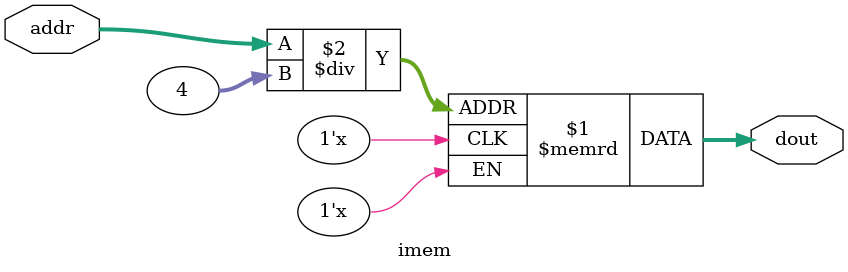
<source format=sv>
/* ********************************************
 *	COSE222 Lab #2
 *
 *	Module: instruction memory (imem.sv)
 *	- 1 address input port
 *	- 32-bit 1 data output port
 *	- A single entry size is 32 bit, which is equivalent to the RISC-V instruction size
 *
 *	Author: Gunjae Koo (gunjaekoo@korea.ac.kr)
 *
 * ********************************************
 */

`timescale 1ns/1ps

module imem
#(  parameter IMEM_DEPTH = 1024,    // imem depth (default: 1024 entries = 4 KB)
              IMEM_ADDR_WIDTH = 10 )
(
    input   [IMEM_ADDR_WIDTH-1:0]   addr,
    output  [31:0]  dout
);

    logic   [31:0]  data[0:IMEM_DEPTH-1];

    assign dout = data[addr/4];

// synthesis translate_off
    initial begin
        for (int i = 0; i < IMEM_DEPTH; i++)
            data[i] = 'b0;
        $readmemb("imem.mem", data);
    end
// synthesis translate_on

endmodule

</source>
